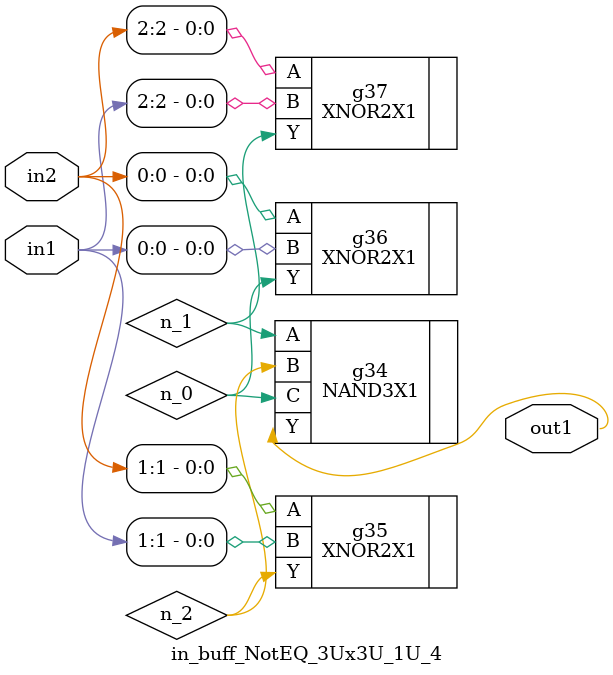
<source format=v>
`timescale 1ps / 1ps


module in_buff_NotEQ_3Ux3U_1U_4(in2, in1, out1);
  input [2:0] in2, in1;
  output out1;
  wire [2:0] in2, in1;
  wire out1;
  wire n_0, n_1, n_2;
  NAND3X1 g34(.A (n_1), .B (n_2), .C (n_0), .Y (out1));
  XNOR2X1 g35(.A (in2[1]), .B (in1[1]), .Y (n_2));
  XNOR2X1 g37(.A (in2[2]), .B (in1[2]), .Y (n_1));
  XNOR2X1 g36(.A (in2[0]), .B (in1[0]), .Y (n_0));
endmodule



</source>
